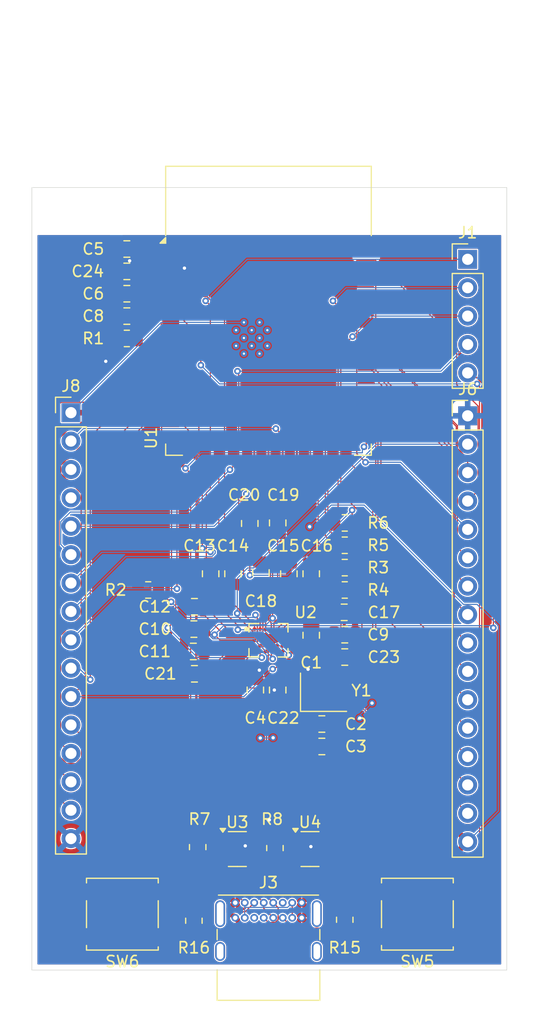
<source format=kicad_pcb>
(kicad_pcb (version 20241229) (generator "pcbnew") (generator_version "9.0")
  (layers (0 "F.Cu" signal) (2 "B.Cu" signal) (13 "F.Paste" user) (15 "B.Paste" user) (5 "F.SilkS" user "F.Silkscreen") (7 "B.SilkS" user "B.Silkscreen") (1 "F.Mask" user) (3 "B.Mask" user) (25 "Edge.Cuts" user))
  (net 0 "")
  (net 1 "Net-(U2-CAPN)")
  (net 2 "Net-(U2-CAPP)")
  (net 3 "+3V3")
  (net 4 "GND")
  (net 5 "RESET")
  (net 6 "Net-(U2-CPLL)")
  (net 7 "BIAS")
  (net 8 "Net-(U2-VREF)")
  (net 9 "Net-(U2-VBG)")
  (net 10 "DVRP")
  (net 11 "Net-(U2-DRVP)")
  (net 12 "DVRN")
  (net 13 "Net-(U2-DRVN)")
  (net 14 "Net-(U2-ECGP)")
  (net 15 "Net-(U2-ECGN)")
  (net 16 "Net-(U2-BIN)")
  (net 17 "Net-(U2-BIP)")
  (net 18 "+1V8")
  (net 19 "ECGN")
  (net 20 "ECGP")
  (net 23 "VBUS")
  (net 24 "Net-(J3-CC2)")
  (net 29 "D-")
  (net 30 "D+")
  (net 31 "Net-(J3-CC1)")
  (net 32 "BOOT")
  (net 33 "SCLK")
  (net 34 "MOSI")
  (net 35 "MISO")
  (net 36 "45")
  (net 37 "41")
  (net 38 "47")
  (net 39 "42")
  (net 40 "AOUT")
  (net 41 "37")
  (net 42 "48")
  (net 43 "46")
  (net 44 "39")
  (net 45 "38")
  (net 46 "40")
  (net 47 "09")
  (net 48 "11")
  (net 49 "02")
  (net 50 "35")
  (net 51 "03")
  (net 52 "36")
  (net 53 "06")
  (net 54 "14")
  (net 55 "08")
  (net 56 "01")
  (net 57 "15")
  (net 58 "04")
  (net 59 "10")
  (net 60 "07")
  (net 61 "Net-(U2-RBIAS)")
  (net 62 "Net-(U3-EN)")
  (net 63 "Net-(U4-EN)")
  (net 64 "CSB")
  (net 67 "INT2B")
  (net 69 "INTB")
  (net 70 "Net-(U2-FCLK)")
  (net 73 "13")
  (net 74 "12")
  (footprint "Resistor_SMD:R_0805_2012Metric" (layer "F.Cu") (at 120.5 66)
    (property "Reference" "R4")
    (property "Value" "200k")
  )
  (footprint "Button_Switch_SMD:SW_Push_1P1T_NO_CK_KSC6xxJ" (layer "F.Cu") (at 127 95)
    (property "Reference" "SW5")
    (property "Value" "SW_Push")
  )
  (footprint "Connector_PinHeader_2.54mm:PinHeader_1x16_P2.54mm_Vertical" (layer "F.Cu") (at 96 50.14)
    (property "Reference" "J8")
    (property "Value" "Conn_01x16_Pin")
  )
  (footprint "Crystal:Crystal_SMD_3225-4Pin_3.2x2.5mm" (layer "F.Cu") (at 118.6 75.15)
    (property "Reference" "Y1")
    (property "Value" "OK322532.768KJBA4SL")
  )
  (footprint "Capacitor_SMD:C_0805_2012Metric" (layer "F.Cu") (at 113 64.45 90)
    (property "Reference" "C18")
    (property "Value" "47pF")
  )
  (footprint "footprints:BGA30N50P5X6_274X292X69N" (layer "F.Cu") (at 113.675 70.5)
    (property "Reference" "U2")
    (property "Value" "MAX30001CWV_T")
  )
  (footprint "Capacitor_SMD:C_0805_2012Metric" (layer "F.Cu") (at 114.5 74.95 -90)
    (property "Reference" "C22")
    (property "Value" "0.1uF")
  )
  (footprint "RF_Module:ESP32-S3-WROOM-1" (layer "F.Cu") (at 113.675 41)
    (property "Reference" "U1")
    (property "Value" "ESP32-S3-WROOM-1")
  )
  (footprint "Capacitor_SMD:C_0805_2012Metric" (layer "F.Cu") (at 101 37.5 180)
    (property "Reference" "C24")
    (property "Value" "10uF")
  )
  (footprint "Package_TO_SOT_SMD:SOT-23-5" (layer "F.Cu") (at 110.8902 89.175)
    (property "Reference" "U3")
    (property "Value" "AP2112K-3.3")
  )
  (footprint "Capacitor_SMD:C_0805_2012Metric" (layer "F.Cu") (at 117.5 70.05 90)
    (property "Reference" "C1")
    (property "Value" "1uF")
  )
  (footprint "Capacitor_SMD:C_0805_2012Metric" (layer "F.Cu") (at 106.95 71.5 180)
    (property "Reference" "C11")
    (property "Value" "10uF")
  )
  (footprint "Capacitor_SMD:C_0805_2012Metric" (layer "F.Cu") (at 110.5 64.55 90)
    (property "Reference" "C14")
    (property "Value" "47nF")
  )
  (footprint "Connector_PinHeader_2.54mm:PinHeader_1x16_P2.54mm_Vertical" (layer "F.Cu") (at 131.5 50.42)
    (property "Reference" "J6")
    (property "Value" "Conn_01x16_Pin")
  )
  (footprint "Button_Switch_SMD:SW_Push_1P1T_NO_CK_KSC6xxJ" (layer "F.Cu") (at 100.6 95)
    (property "Reference" "SW6")
    (property "Value" "SW_Push")
  )
  (footprint "Capacitor_SMD:C_0805_2012Metric" (layer "F.Cu") (at 107.05 67.5 180)
    (property "Reference" "C12")
    (property "Value" "1uF")
  )
  (footprint "Resistor_SMD:R_0805_2012Metric" (layer "F.Cu") (at 107 95.5875 90)
    (property "Reference" "R16")
    (property "Value" "5.1k")
  )
  (footprint "Capacitor_SMD:C_0805_2012Metric" (layer "F.Cu") (at 101 41.5 180)
    (property "Reference" "C8")
    (property "Value" "1uF")
  )
  (footprint "Resistor_SMD:R_0805_2012Metric" (layer "F.Cu") (at 102.9125 66 180)
    (property "Reference" "R2")
    (property "Value" "324k")
  )
  (footprint "Resistor_SMD:R_0805_2012Metric" (layer "F.Cu") (at 120.5 62)
    (property "Reference" "R5")
    (property "Value" "200")
  )
  (footprint "Capacitor_SMD:C_0805_2012Metric" (layer "F.Cu") (at 120.5 70 180)
    (property "Reference" "C9")
    (property "Value" "1nF")
  )
  (footprint "Capacitor_SMD:C_0805_2012Metric" (layer "F.Cu") (at 107 69.5 180)
    (property "Reference" "C10")
    (property "Value" "10uF")
  )
  (footprint "Resistor_SMD:R_0805_2012Metric" (layer "F.Cu") (at 114.2527 89.0875 -90)
    (property "Reference" "R8")
    (property "Value" "100k")
  )
  (footprint "Package_TO_SOT_SMD:SOT-23-5" (layer "F.Cu") (at 117.3902 89.175)
    (property "Reference" "U4")
    (property "Value" "AP2112K-1.8")
  )
  (footprint "Capacitor_SMD:C_0805_2012Metric" (layer "F.Cu") (at 101 35.5 180)
    (property "Reference" "C5")
    (property "Value" "10uF")
  )
  (footprint "Resistor_SMD:R_0805_2012Metric" (layer "F.Cu") (at 120.5 95.5 -90)
    (property "Reference" "R15")
    (property "Value" "5.1k")
  )
  (footprint "Capacitor_SMD:C_0805_2012Metric" (layer "F.Cu") (at 112 60.05 -90)
    (property "Reference" "C20")
    (property "Value" "10pF")
  )
  (footprint "Capacitor_SMD:C_0805_2012Metric" (layer "F.Cu") (at 101 39.5 180)
    (property "Reference" "C6")
    (property "Value" "0.1uF")
  )
  (footprint "Capacitor_SMD:C_0805_2012Metric" (layer "F.Cu") (at 118.45 80)
    (property "Reference" "C3")
    (property "Value" "0.1uF")
  )
  (footprint "Capacitor_SMD:C_0805_2012Metric" (layer "F.Cu") (at 107.05 73.5 180)
    (property "Reference" "C21")
    (property "Value" "10uF")
  )
  (footprint "Capacitor_SMD:C_0805_2012Metric" (layer "F.Cu") (at 112.5 74.95 -90)
    (property "Reference" "C4")
    (property "Value" "10uF")
  )
  (footprint "Capacitor_SMD:C_0805_2012Metric" (layer "F.Cu") (at 120.45 68)
    (property "Reference" "C17")
    (property "Value" "10pF")
  )
  (footprint "Capacitor_SMD:C_0805_2012Metric" (layer "F.Cu") (at 117.5 64.55 -90)
    (property "Reference" "C16")
    (property "Value" "2nF")
  )
  (footprint "Resistor_SMD:R_0805_2012Metric" (layer "F.Cu") (at 107.3402 89 -90)
    (property "Reference" "R7")
    (property "Value" "100k")
  )
  (footprint "Resistor_SMD:R_0805_2012Metric" (layer "F.Cu") (at 120.5 60)
    (property "Reference" "R6")
    (property "Value" "200")
  )
  (footprint "Capacitor_SMD:C_0805_2012Metric" (layer "F.Cu") (at 118.45 77.99)
    (property "Reference" "C2")
    (property "Value" "10uF")
  )
  (footprint "Resistor_SMD:R_0805_2012Metric" (layer "F.Cu") (at 120.5 64)
    (property "Reference" "R3")
    (property "Value" "200k")
  )
  (footprint "Capacitor_SMD:C_0805_2012Metric" (layer "F.Cu") (at 114.5 60 90)
    (property "Reference" "C19")
    (property "Value" "10pF")
  )
  (footprint "Capacitor_SMD:C_0805_2012Metric" (layer "F.Cu") (at 120.5 72)
    (property "Reference" "C23")
    (property "Value" "0.1uF")
  )
  (footprint "Capacitor_SMD:C_0805_2012Metric" (layer "F.Cu") (at 115.5 64.55 90)
    (property "Reference" "C15")
    (property "Value" "10pF")
  )
  (footprint "Resistor_SMD:R_0805_2012Metric" (layer "F.Cu") (at 101 43.5)
    (property "Reference" "R1")
    (property "Value" "5.1k")
  )
  (footprint "Connector_USB:USB_C_Receptacle_GCT_USB4085" (layer "F.Cu") (at 110.7 93.975)
    (property "Reference" "J3")
    (property "Value" "USB_C_Receptacle_USB2.0_16P")
  )
  (footprint "Capacitor_SMD:C_0805_2012Metric" (layer "F.Cu") (at 108.5 64.55 90)
    (property "Reference" "C13")
    (property "Value" "47nF")
  )
  (footprint "Connector_PinHeader_2.54mm:PinHeader_1x05_P2.54mm_Vertical" (layer "F.Cu") (at 131.5 36.42)
    (property "Reference" "J1")
    (property "Value" "Conn_01x05_Pin")
  )
  (gr_rect (start 92.5 30) (end 135 100) (stroke (width 0.05)) (fill no) (layer "Edge.Cuts"))
  (segment (start 114.6712 70.2462) (end 114.425 70) (width 0.1) (layer "F.Cu") (net 1))
  (segment (start 116.7462 70.2462) (end 114.6712 70.2462) (width 0.1) (layer "F.Cu") (net 1))
  (segment (start 117.5 71) (end 116.7462 70.2462) (width 0.1) (layer "F.Cu") (net 1))
  (segment (start 114.925 70) (end 116.6 70) (width 0.1) (layer "F.Cu") (net 2))
  (segment (start 116.6 70) (end 117.5 69.1) (width 0.1) (layer "F.Cu") (net 2))
  (segment (start 111.5974 88.8895) (end 112.0277 88.4592) (width 0.1) (layer "F.Cu") (net 3))
  (segment (start 113.425 71) (end 113.6617 71.2367) (width 0.1) (layer "F.Cu") (net 3))
  (segment (start 117.5 73.3745) (end 117.5 74.3) (width 0.1) (layer "F.Cu") (net 3))
  (segment (start 114.1998 74.95) (end 114.5 74.6498) (width 0.1) (layer "F.Cu") (net 3))
  (segment (start 117.5 74.3) (end 117.5 76) (width 0.1) (layer "F.Cu") (net 3))
  (segment (start 101.95 37.5) (end 101.95 35.5) (width 0.1) (layer "F.Cu") (net 3))
  (segment (start 113.6617 72.3685) (end 112.8571 73.1731) (width 0.1) (layer "F.Cu") (net 3))
  (segment (start 114.5 74.6498) (end 114.5 74) (width 0.1) (layer "F.Cu") (net 3))
  (segment (start 105.975 37.21) (end 105.775 37.01) (width 0.1) (layer "F.Cu") (net 3))
  (segment (start 106.1543 37.21) (end 105.975 37.21) (width 0.1) (layer "F.Cu") (net 3))
  (segment (start 117.5 77.99) (end 117.5 80) (width 0.1) (layer "F.Cu") (net 3))
  (segment (start 112.5 73.5302) (end 112.8571 73.1731) (width 0.1) (layer "F.Cu") (net 3))
  (segment (start 113.7503 86.5682) (end 114.2527 87.0706) (width 0.1) (layer "F.Cu") (net 3))
  (segment (start 117.4697 88.9565) (end 116.7382 88.225) (width 0.1) (layer "F.Cu") (net 3))
  (segment (start 101.95 37.2554) (end 101.95 37.5) (width 0.1) (layer "F.Cu") (net 3))
  (segment (start 116.7382 88.225) (end 116.2527 88.225) (width 0.1) (layer "F.Cu") (net 3))
  (segment (start 114.2527 87.0706) (end 114.2527 88.175) (width 0.1) (layer "F.Cu") (net 3))
  (segment (start 101.95 39.5) (end 101.95 37.5) (width 0.1) (layer "F.Cu") (net 3))
  (segment (start 101.2498 36.5552) (end 101.95 37.2554) (width 0.1) (layer "F.Cu") (net 3))
  (segment (start 104.925 37.01) (end 105.775 37.01) (width 0.1) (layer "F.Cu") (net 3))
  (segment (start 112.5 74) (end 112.5 73.5302) (width 0.1) (layer "F.Cu") (net 3))
  (segment (start 99.1147 45.5463) (end 100.0875 44.5735) (width 0.1) (layer "F.Cu") (net 3))
  (segment (start 112.0277 88.4592) (end 112.0277 88.225) (width 0.1) (layer "F.Cu") (net 3))
  (segment (start 100.0875 44.5735) (end 100.0875 43.5) (width 0.1) (layer "F.Cu") (net 3))
  (segment (start 113.6617 71.2367) (end 113.6617 72.3685) (width 0.1) (layer "F.Cu") (net 3))
  (segment (start 117.2163 73.0908) (end 117.5 73.3745) (width 0.1) (layer "F.Cu") (net 3))
  (segment (start 117.5 76) (end 117.5 77.99) (width 0.1) (layer "F.Cu") (net 3))
  (via (at 101.2498 36.5552) (size 0.6) (drill 0.3) (layers "F.Cu" "B.Cu") (net 3))
  (via (at 111.5974 88.8895) (size 0.6) (drill 0.3) (layers "F.Cu" "B.Cu") (net 3))
  (via (at 114.1998 74.95) (size 0.6) (drill 0.3) (layers "F.Cu" "B.Cu") (net 3))
  (via (at 113.7503 86.5682) (size 0.6) (drill 0.3) (layers "F.Cu" "B.Cu") (net 3))
  (via (at 117.2163 73.0908) (size 0.6) (drill 0.3) (layers "F.Cu" "B.Cu") (net 3))
  (via (at 106.1543 37.21) (size 0.6) (drill 0.3) (layers "F.Cu" "B.Cu") (net 3))
  (via (at 99.1147 45.5463) (size 0.6) (drill 0.3) (layers "F.Cu" "B.Cu") (net 3))
  (via (at 117.4697 88.9565) (size 0.6) (drill 0.3) (layers "F.Cu" "B.Cu") (net 3))
  (via (at 112.8571 73.1731) (size 0.6) (drill 0.3) (layers "F.Cu" "B.Cu") (net 3))
  (segment (start 113.425 70) (end 113.63 70.205) (width 0.1) (layer "F.Cu") (net 4))
  (segment (start 113.52 70.34) (end 113.52 70.405) (width 0.1) (layer "F.Cu") (net 4))
  (segment (start 113.825 70.4) (end 113.925 70.5) (width 0.1) (layer "F.Cu") (net 4))
  (segment (start 113.925 70.5) (end 113.925 70) (width 0.1) (layer "F.Cu") (net 4))
  (segment (start 113.925 71) (end 114.161 71.236) (width 0.1) (layer "F.Cu") (net 4))
  (segment (start 114.228811 72.619) (end 113.863189 72.619) (width 0.1) (layer "F.Cu") (net 4))
  (segment (start 113.63 70.34) (end 113.63 70.37) (width 0.1) (layer "F.Cu") (net 4))
  (segment (start 113.863189 72.619) (end 113.599 72.883189) (width 0.1) (layer "F.Cu") (net 4))
  (segment (start 113.925 70.235) (end 113.83 70.33) (width 0.1) (layer "F.Cu") (net 4))
  (segment (start 113.425 70.5) (end 113.5 70.5) (width 0.1) (layer "F.Cu") (net 4))
  (segment (start 113.599 72.883189) (end 113.599 74.999) (width 0.1) (layer "F.Cu") (net 4))
  (segment (start 113.67 70.28) (end 113.52 70.28) (width 0.1) (layer "F.Cu") (net 4))
  (segment (start 113.425 70) (end 113.525 70.1) (width 0.1) (layer "F.Cu") (net 4))
  (segment (start 113.925 70.5) (end 113.925 71) (width 0.1) (layer "F.Cu") (net 4))
  (segment (start 113.63 70.205) (end 113.63 70.34) (width 0.1) (layer "F.Cu") (net 4))
  (segment (start 113.69 70.1) (end 113.73 70.1) (width 0.1) (layer "F.Cu") (net 4))
  (segment (start 113.525 70.1) (end 113.69 70.1) (width 0.1) (layer "F.Cu") (net 4))
  (segment (start 113.425 70) (end 113.925 70) (width 0.1) (layer "F.Cu") (net 4))
  (segment (start 113.925 70) (end 113.925 70.235) (width 0.1) (layer "F.Cu") (net 4))
  (segment (start 113.925 70.5) (end 114.425 70.5) (width 0.1) (layer "F.Cu") (net 4))
  (segment (start 113.425 70.5) (end 113.425 70) (width 0.1) (layer "F.Cu") (net 4))
  (segment (start 113.69 70.1) (end 113.825 70.1) (width 0.1) (layer "F.Cu") (net 4))
  (segment (start 114.501 72.346811) (end 114.228811 72.619) (width 0.1) (layer "F.Cu") (net 4))
  (segment (start 113.63 70.34) (end 113.52 70.34) (width 0.1) (layer "F.Cu") (net 4))
  (segment (start 113.825 70.1) (end 113.925 70) (width 0.1) (layer "F.Cu") (net 4))
  (segment (start 113.725 70.2) (end 113.52 70.2) (width 0.1) (layer "F.Cu") (net 4))
  (segment (start 113.925 70.5) (end 113.425 70.5) (width 0.1) (layer "F.Cu") (net 4))
  (segment (start 113.73 70.3) (end 113.71 70.32) (width 0.1) (layer "F.Cu") (net 4))
  (segment (start 113.425 70.105) (end 113.52 70.2) (width 0.1) (layer "F.Cu") (net 4))
  (segment (start 114.161 71.236) (end 114.161 71.633189) (width 0.1) (layer "F.Cu") (net 4))
  (segment (start 113.52 70.405) (end 113.425 70.5) (width 0.1) (layer "F.Cu") (net 4))
  (segment (start 113.925 70) (end 113.725 70.2) (width 0.1) (layer "F.Cu") (net 4))
  (segment (start 113.425 70) (end 113.425 70.105) (width 0.1) (layer "F.Cu") (net 4))
  (segment (start 113.52 70.28) (end 113.52 70.34) (width 0.1) (layer "F.Cu") (net 4))
  (segment (start 113.925 71) (end 113.925 71.025) (width 0.1) (layer "F.Cu") (net 4))
  (segment (start 113.63 70.37) (end 113.63 70.4) (width 0.1) (layer "F.Cu") (net 4))
  (segment (start 114.501 71.973189) (end 114.501 72.346811) (width 0.1) (layer "F.Cu") (net 4))
  (segment (start 113.73 70.1) (end 113.73 70.3) (width 0.1) (layer "F.Cu") (net 4))
  (segment (start 113.52 70.2) (end 113.52 70.28) (width 0.1) (layer "F.Cu") (net 4))
  (segment (start 113.71 70.32) (end 113.67 70.28) (width 0.1) (layer "F.Cu") (net 4))
  (segment (start 113.5 70.5) (end 113.63 70.37) (width 0.1) (layer "F.Cu") (net 4))
  (segment (start 114.161 71.633189) (end 114.501 71.973189) (width 0.1) (layer "F.Cu") (net 4))
  (segment (start 113.63 70.4) (end 113.825 70.4) (width 0.1) (layer "F.Cu") (net 4))
  (segment (start 113.599 74.999) (end 114.5 75.9) (width 0.1) (layer "F.Cu") (net 4))
  (via (at 114.09 79.22) (size 0.6) (drill 0.3) (layers "F.Cu" "B.Cu") (net 4))
  (via (at 117.36 60.34) (size 0.6) (drill 0.3) (layers "F.Cu" "B.Cu") (net 4))
  (via (at 122.94 76.12) (size 0.6) (drill 0.3) (layers "F.Cu" "B.Cu") (net 4))
  (via (at 121.84 77.46) (size 0.6) (drill 0.3) (layers "F.Cu" "B.Cu") (net 4))
  (via (at 112.94 79.24) (size 0.6) (drill 0.3) (layers "F.Cu" "B.Cu") (net 4))
  (segment (start 131.122651 67.289) (end 132.336511 67.289) (width 0.1) (layer "B.Cu") (net 4))
  (segment (start 119.294 58.406) (end 122.239651 58.406) (width 0.1) (layer "B.Cu") (net 4))
  (segment (start 121.84 77.46) (end 121.84 77.22) (width 0.1) (layer "B.Cu") (net 4))
  (segment (start 122.239651 58.406) (end 131.122651 67.289) (width 0.1) (layer "B.Cu") (net 4))
  (segment (start 134.2482 85.7718) (end 131.5 88.52) (width 0.1) (layer "B.Cu") (net 4))
  (segment (start 121.84 77.22) (end 122.94 76.12) (width 0.1) (layer "B.Cu") (net 4))
  (segment (start 104.08 42.06) (end 111.475 42.06) (width 0.1) (layer "B.Cu") (net 4))
  (segment (start 134.2482 69.200689) (end 134.2482 85.7718) (width 0.1) (layer "B.Cu") (net 4))
  (segment (start 112.94 79.24) (end 114.07 79.24) (width 0.1) (layer "B.Cu") (net 4))
  (segment (start 114.07 79.24) (end 114.09 79.22) (width 0.1) (layer "B.Cu") (net 4))
  (segment (start 96 50.14) (end 104.08 42.06) (width 0.1) (layer "B.Cu") (net 4))
  (segment (start 117.36 60.34) (end 119.294 58.406) (width 0.1) (layer "B.Cu") (net 4))
  (segment (start 132.336511 67.289) (end 134.2482 69.200689) (width 0.1) (layer "B.Cu") (net 4))
  (segment (start 132.3463 47.5662) (end 132.5595 47.7794) (width 0.1) (layer "F.Cu") (net 5))
  (segment (start 104.075 41.2646) (end 104.1806 41.3702) (width 0.1) (layer "F.Cu") (net 5))
  (segment (start 104.895 38.28) (end 104.925 38.28) (width 0.1) (layer "F.Cu") (net 5))
  (segment (start 102.1854 41.2646) (end 104.075 41.2646) (width 0.1) (layer "F.Cu") (net 5))
  (segment (start 105.5655 41.3702) (end 107.6229 43.4276) (width 0.1) (layer "F.Cu") (net 5))
  (segment (start 104.075 38.28) (end 104.075 41.2646) (width 0.1) (layer "F.Cu") (net 5))
  (segment (start 101.95 41.5) (end 102.1854 41.2646) (width 0.1) (layer "F.Cu") (net 5))
  (segment (start 132.5595 47.7794) (end 132.5595 95.8405) (width 0.1) (layer "F.Cu") (net 5))
  (segment (start 104.1806 41.3702) (end 105.5655 41.3702) (width 0.1) (layer "F.Cu") (net 5))
  (segment (start 107.6229 43.4276) (end 107.6229 45.8922) (width 0.1) (layer "F.Cu") (net 5))
  (segment (start 104.895 38.28) (end 104.075 38.28) (width 0.1) (layer "F.Cu") (net 5))
  (segment (start 129.9 97) (end 131.4 97) (width 0.1) (layer "F.Cu") (net 5))
  (segment (start 124.1 97) (end 129.9 97) (width 0.1) (layer "F.Cu") (net 5))
  (segment (start 132.5595 95.8405) (end 131.4 97) (width 0.1) (layer "F.Cu") (net 5))
  (segment (start 101.9125 41.5375) (end 101.9125 43.5) (width 0.1) (layer "F.Cu") (net 5))
  (segment (start 101.95 41.5) (end 101.9125 41.5375) (width 0.1) (layer "F.Cu") (net 5))
  (via (at 132.3463 47.5662) (size 0.6) (drill 0.3) (layers "F.Cu" "B.Cu") (net 5))
  (via (at 107.6229 45.8922) (size 0.6) (drill 0.3) (layers "F.Cu" "B.Cu") (net 5))
  (segment (start 109.2969 47.5662) (end 132.3463 47.5662) (width 0.1) (layer "B.Cu") (net 5))
  (segment (start 107.6229 45.8922) (end 109.2969 47.5662) (width 0.1) (layer "B.Cu") (net 5))
  (segment (start 119.55 70) (end 119.55 70.1434) (width 0.1) (layer "F.Cu") (net 6))
  (segment (start 115.9898 71.5648) (end 114.925 70.5) (width 0.1) (layer "F.Cu") (net 6))
  (segment (start 118.1286 71.5648) (end 115.9898 71.5648) (width 0.1) (layer "F.Cu") (net 6))
  (segment (start 119.55 70.1434) (end 118.1286 71.5648) (width 0.1) (layer "F.Cu") (net 6))
  (segment (start 131.8716 46.58) (end 131.5 46.58) (width 0.1) (layer "F.Cu") (net 7))
  (segment (start 108.849 70.0022) (end 108.4522 70.0022) (width 0.1) (layer "F.Cu") (net 7))
  (segment (start 133.7972 69.3875) (end 133.7972 48.5056) (width 0.1) (layer "F.Cu") (net 7))
  (segment (start 108.4522 70.0022) (end 107.95 69.5) (width 0.1) (layer "F.Cu") (net 7))
  (segment (start 133.7972 48.5056) (end 131.8716 46.58) (width 0.1) (layer "F.Cu") (net 7))
  (segment (start 112.425 70.5) (end 109.3468 70.5) (width 0.1) (layer "F.Cu") (net 7))
  (segment (start 109.3468 70.5) (end 108.849 70.0022) (width 0.1) (layer "F.Cu") (net 7))
  (via (at 108.849 70.0022) (size 0.6) (drill 0.3) (layers "F.Cu" "B.Cu") (net 7))
  (via (at 133.7972 69.3875) (size 0.6) (drill 0.3) (layers "F.Cu" "B.Cu") (net 7))
  (segment (start 108.849 70.0022) (end 109.6564 69.1948) (width 0.1) (layer "B.Cu") (net 7))
  (segment (start 133.6045 69.1948) (end 133.7972 69.3875) (width 0.1) (layer "B.Cu") (net 7))
  (segment (start 109.6564 69.1948) (end 133.6045 69.1948) (width 0.1) (layer "B.Cu") (net 7))
  (segment (start 112.425 71) (end 108.4 71) (width 0.1) (layer "F.Cu") (net 8))
  (segment (start 108.4 71) (end 107.9 71.5) (width 0.1) (layer "F.Cu") (net 8))
  (segment (start 110.5 70) (end 108 67.5) (width 0.1) (layer "F.Cu") (net 9))
  (segment (start 112.425 70) (end 110.5 70) (width 0.1) (layer "F.Cu") (net 9))
  (segment (start 108.0505 40.1375) (end 108.4717 40.5587) (width 0.1) (layer "F.Cu") (net 10))
  (segment (start 108.4717 40.5587) (end 108.4717 56.9476) (width 0.1) (layer "F.Cu") (net 10))
  (segment (start 108.1119 57.3074) (end 108.1119 63.2119) (width 0.1) (layer "F.Cu") (net 10))
  (segment (start 108.1119 63.2119) (end 108.5 63.6) (width 0.1) (layer "F.Cu") (net 10))
  (segment (start 108.4717 56.9476) (end 108.1119 57.3074) (width 0.1) (layer "F.Cu") (net 10))
  (via (at 108.0505 40.1375) (size 0.6) (drill 0.3) (layers "F.Cu" "B.Cu") (net 10))
  (segment (start 111.768 36.42) (end 108.0505 40.1375) (width 0.1) (layer "B.Cu") (net 10))
  (segment (start 131.5 36.42) (end 111.768 36.42) (width 0.1) (layer "B.Cu") (net 10))
  (segment (start 112.425 69.5) (end 112.425 69.1259) (width 0.1) (layer "F.Cu") (net 11))
  (segment (start 112.425 69.1259) (end 108.7991 65.5) (width 0.1) (layer "F.Cu") (net 11))
  (segment (start 108.7991 65.5) (end 108.5 65.5) (width 0.1) (layer "F.Cu") (net 11))
  (segment (start 111.0117 63.0883) (end 111.0117 46.5397) (width 0.1) (layer "F.Cu") (net 12))
  (segment (start 111.0117 46.5397) (end 110.9004 46.4284) (width 0.1) (layer "F.Cu") (net 12))
  (segment (start 110.5 63.6) (end 111.0117 63.0883) (width 0.1) (layer "F.Cu") (net 12))
  (via (at 110.9004 46.4284) (size 0.6) (drill 0.3) (layers "F.Cu" "B.Cu") (net 12))
  (segment (start 131.5 44.04) (end 129.1116 46.4284) (width 0.1) (layer "B.Cu") (net 12))
  (segment (start 129.1116 46.4284) (end 110.9004 46.4284) (width 0.1) (layer "B.Cu") (net 12))
  (segment (start 112.925 67.925) (end 112.925 69.5) (width 0.1) (layer "F.Cu") (net 13))
  (segment (start 110.5 65.5) (end 112.925 67.925) (width 0.1) (layer "F.Cu") (net 13))
  (segment (start 117.5 63.6) (end 115.6 65.5) (width 0.1) (layer "F.Cu") (net 14))
  (segment (start 115.6 65.5) (end 115.5 65.5) (width 0.1) (layer "F.Cu") (net 14))
  (segment (start 119.5875 64) (end 117.9 64) (width 0.1) (layer "F.Cu") (net 14))
  (segment (start 115.5 65.5) (end 115.5 68.425) (width 0.1) (layer "F.Cu") (net 14))
  (segment (start 115.5 68.425) (end 114.425 69.5) (width 0.1) (layer "F.Cu") (net 14))
  (segment (start 117.9 64) (end 117.5 63.6) (width 0.1) (layer "F.Cu") (net 14))
  (segment (start 119.5 68) (end 119.5875 67.9125) (width 0.1) (layer "F.Cu") (net 15))
  (segment (start 114.925 69.5) (end 117.228 67.197) (width 0.1) (layer "F.Cu") (net 15))
  (segment (start 118.697 67.197) (end 119.5 68) (width 0.1) (layer "F.Cu") (net 15))
  (segment (start 117.228 67.197) (end 117.5 67.197) (width 0.1) (layer "F.Cu") (net 15))
  (segment (start 117.5 67.197) (end 118.697 67.197) (width 0.1) (layer "F.Cu") (net 15))
  (segment (start 119.5875 67.9125) (end 119.5875 66) (width 0.1) (layer "F.Cu") (net 15))
  (segment (start 117.5 67.197) (end 117.5 65.5) (width 0.1) (layer "F.Cu") (net 15))
  (segment (start 114.5 60.95) (end 117.4168 58.0332) (width 0.1) (layer "F.Cu") (net 16))
  (segment (start 113.425 65.825) (end 113.425 69.5) (width 0.1) (layer "F.Cu") (net 16))
  (segment (start 114.1617 68.9272) (end 114.5 68.5889) (width 0.1) (layer "F.Cu") (net 16))
  (segment (start 117.4168 58.0332) (end 117.4168 52.8678) (width 0.1) (layer "F.Cu") (net 16))
  (segment (start 114.0401 69.75) (end 114.1617 69.6284) (width 0.1) (layer "F.Cu") (net 16))
  (segment (start 113.425 69.5) (end 113.675 69.75) (width 0.1) (layer "F.Cu") (net 16))
  (segment (start 117.7246 52.56) (end 118.4673 52.56) (width 0.1) (layer "F.Cu") (net 16))
  (segment (start 118.76 52.8527) (end 118.76 61.1725) (width 0.1) (layer "F.Cu") (net 16))
  (segment (start 114.1617 69.6284) (end 114.1617 68.9272) (width 0.1) (layer "F.Cu") (net 16))
  (segment (start 117.4168 52.8678) (end 117.7246 52.56) (width 0.1) (layer "F.Cu") (net 16))
  (segment (start 113 65.4) (end 113.425 65.825) (width 0.1) (layer "F.Cu") (net 16))
  (segment (start 118.76 61.1725) (end 119.5875 62) (width 0.1) (layer "F.Cu") (net 16))
  (segment (start 114.5 68.5889) (end 114.5 60.95) (width 0.1) (layer "F.Cu") (net 16))
  (segment (start 118.4673 52.56) (end 118.76 52.8527) (width 0.1) (layer "F.Cu") (net 16))
  (segment (start 113.675 69.75) (end 114.0401 69.75) (width 0.1) (layer "F.Cu") (net 16))
  (segment (start 112.0089 63.5) (end 112.0089 64.6819) (width 0.1) (layer "F.Cu") (net 17))
  (segment (start 113 63.5) (end 113.8406 64.3406) (width 0.1) (layer "F.Cu") (net 17))
  (segment (start 113.9249 68.9271) (end 113.925 68.9271) (width 0.1) (layer "F.Cu") (net 17))
  (segment (start 112 63.4911) (end 112.0089 63.5) (width 0.1) (layer "F.Cu") (net 17))
  (segment (start 121.4125 60) (end 121.16 59.7475) (width 0.1) (layer "F.Cu") (net 17))
  (segment (start 121.16 59.7475) (end 121.16 58.857) (width 0.1) (layer "F.Cu") (net 17))
  (segment (start 113.925 68.9271) (end 113.925 69.5) (width 0.1) (layer "F.Cu") (net 17))
  (segment (start 113.6816 68.3844) (end 113.6816 68.6838) (width 0.1) (layer "F.Cu") (net 17))
  (segment (start 113.8406 64.3406) (end 113.8406 68.2254) (width 0.1) (layer "F.Cu") (net 17))
  (segment (start 113.6816 68.6838) (end 113.9249 68.9271) (width 0.1) (layer "F.Cu") (net 17))
  (segment (start 112 61) (end 112 63.4911) (width 0.1) (layer "F.Cu") (net 17))
  (segment (start 113 63.5) (end 112.0089 63.5) (width 0.1) (layer "F.Cu") (net 17))
  (segment (start 113.8406 68.2254) (end 113.6816 68.3844) (width 0.1) (layer "F.Cu") (net 17))
  (via (at 112.0089 64.6819) (size 0.6) (drill 0.3) (layers "F.Cu" "B.Cu") (net 17))
  (via (at 121.16 58.857) (size 0.6) (drill 0.3) (layers "F.Cu" "B.Cu") (net 17))
  (segment (start 121.16 58.857) (end 115.3351 64.6819) (width 0.1) (layer "B.Cu") (net 17))
  (segment (start 115.3351 64.6819) (end 112.0089 64.6819) (width 0.1) (layer "B.Cu") (net 17))
  (segment (start 113.5 75.6486) (end 112.6218 74.7704) (width 0.1) (layer "F.Cu") (net 18))
  (segment (start 118.5277 88.225) (end 113.5 83.1973) (width 0.1) (layer "F.Cu") (net 18))
  (segment (start 111.7092 72.2158) (end 112.425 71.5) (width 0.1) (layer "F.Cu") (net 18))
  (segment (start 120.4798 72.9298) (end 120.4798 86.2729) (width 0.1) (layer "F.Cu") (net 18))
  (segment (start 113.5 83.1973) (end 113.5 75.6486) (width 0.1) (layer "F.Cu") (net 18))
  (segment (start 116.1837 72) (end 115.1837 71) (width 0.1) (layer "F.Cu") (net 18))
  (segment (start 119.55 72) (end 120.4798 72.9298) (width 0.1) (layer "F.Cu") (net 18))
  (segment (start 111.7092 74.3888) (end 111.7092 72.2158) (width 0.1) (layer "F.Cu") (net 18))
  (segment (start 112.6218 74.7704) (end 112.0908 74.7704) (width 0.1) (layer "F.Cu") (net 18))
  (segment (start 112.0908 74.7704) (end 111.7092 74.3888) (width 0.1) (layer "F.Cu") (net 18))
  (segment (start 119.55 72) (end 116.1837 72) (width 0.1) (layer "F.Cu") (net 18))
  (segment (start 110 71.5) (end 112.425 71.5) (width 0.1) (layer "F.Cu") (net 18))
  (segment (start 115.1837 71) (end 114.925 71) (width 0.1) (layer "F.Cu") (net 18))
  (segment (start 108 73.5) (end 110 71.5) (width 0.1) (layer "F.Cu") (net 18))
  (segment (start 120.4798 86.2729) (end 118.5277 88.225) (width 0.1) (layer "F.Cu") (net 18))
  (segment (start 122.0372 65.3753) (end 122.0372 62.6247) (width 0.1) (layer "F.Cu") (net 19))
  (segment (start 121.4125 66) (end 122.0372 65.3753) (width 0.1) (layer "F.Cu") (net 19))
  (segment (start 121.9877 59.1732) (end 120.1483 57.3338) (width 0.1) (layer "F.Cu") (net 19))
  (segment (start 120.1483 57.3338) (end 120.1483 44.3802) (width 0.1) (layer "F.Cu") (net 19))
  (segment (start 121.4125 62) (end 121.9877 61.4248) (width 0.1) (layer "F.Cu") (net 19))
  (segment (start 122.0372 62.6247) (end 121.4125 62) (width 0.1) (layer "F.Cu") (net 19))
  (segment (start 121.9877 61.4248) (end 121.9877 59.1732) (width 0.1) (layer "F.Cu") (net 19))
  (segment (start 120.1483 44.3802) (end 121.196 43.3325) (width 0.1) (layer "F.Cu") (net 19))
  (via (at 121.196 43.3325) (size 0.6) (drill 0.3) (layers "F.Cu" "B.Cu") (net 19))
  (segment (start 123.0285 41.5) (end 121.196 43.3325) (width 0.1) (layer "B.Cu") (net 19))
  (segment (start 131.5 41.5) (end 123.0285 41.5) (width 0.1) (layer "B.Cu") (net 19))
  (segment (start 121.4125 64) (end 121.4125 63.2799) (width 0.1) (layer "F.Cu") (net 20))
  (segment (start 120.594 62.4614) (end 120.594 61.0065) (width 0.1) (layer "F.Cu") (net 20))
  (segment (start 119.9017 59.6858) (end 119.5875 60) (width 0.1) (layer "F.Cu") (net 20))
  (segment (start 121.4125 63.2799) (end 120.594 62.4614) (width 0.1) (layer "F.Cu") (net 20))
  (segment (start 120.594 61.0065) (end 119.5875 60) (width 0.1) (layer "F.Cu") (net 20))
  (segment (start 119.4437 40.1375) (end 119.9017 40.5955) (width 0.1) (layer "F.Cu") (net 20))
  (segment (start 119.9017 40.5955) (end 119.9017 59.6858) (width 0.1) (layer "F.Cu") (net 20))
  (via (at 119.4437 40.1375) (size 0.6) (drill 0.3) (layers "F.Cu" "B.Cu") (net 20))
  (segment (start 120.6212 38.96) (end 119.4437 40.1375) (width 0.1) (layer "B.Cu") (net 20))
  (segment (start 131.5 38.96) (end 120.6212 38.96) (width 0.1) (layer "B.Cu") (net 20))
  (segment (start 111.1102 89.5644) (end 111.1102 93.5352) (width 0.1) (layer "F.Cu") (net 23))
  (segment (start 109.6152 88.0875) (end 109.7527 88.225) (width 0.1) (layer "F.Cu") (net 23))
  (segment (start 107.3402 88.0875) (end 109.6152 88.0875) (width 0.1) (layer "F.Cu") (net 23))
  (segment (start 115.8 95.325) (end 115.8 93.975) (width 0.1) (layer "F.Cu") (net 23))
  (segment (start 111.1102 93.5352) (end 111.55 93.975) (width 0.1) (layer "F.Cu") (net 23))
  (segment (start 109.7708 88.225) (end 111.1102 89.5644) (width 0.1) (layer "F.Cu") (net 23))
  (segment (start 109.7527 88.225) (end 109.7708 88.225) (width 0.1) (layer "F.Cu") (net 23))
  (segment (start 111.55 95.325) (end 111.55 94.3969) (width 0.1) (layer "B.Cu") (net 23))
  (segment (start 111.55 94.3969) (end 115.3781 94.3969) (width 0.1) (layer "B.Cu") (net 23))
  (segment (start 111.55 94.3969) (end 111.55 93.975) (width 0.1) (layer "B.Cu") (net 23))
  (segment (start 115.3781 94.3969) (end 115.8 93.975) (width 0.1) (layer "B.Cu") (net 23))
  (segment (start 115.8729 96.2479) (end 118.8396 96.2479) (width 0.1) (layer "F.Cu") (net 24))
  (segment (start 118.8396 96.2479) (end 120.5 94.5875) (width 0.1) (layer "F.Cu") (net 24))
  (segment (start 114.95 95.325) (end 115.8729 96.2479) (width 0.1) (layer "F.Cu") (net 24))
  (segment (start 114.2822 95.7415) (end 114.5383 95.4854) (width 0.1) (layer "F.Cu") (net 29))
  (segment (start 105.775 50.98) (end 107.3158 52.5208) (width 0.1) (layer "F.Cu") (net 29))
  (segment (start 107.3158 52.5208) (end 107.3158 62.036) (width 0.1) (layer "F.Cu") (net 29))
  (segment (start 113.0951 92.9701) (end 114.1 93.975) (width 0.1) (layer "F.Cu") (net 29))
  (segment (start 107.2768 62.075) (end 107.2768 82.447) (width 0.1) (layer "F.Cu") (net 29))
  (segment (start 113.25 95.325) (end 113.6665 95.7415) (width 0.1) (layer "F.Cu") (net 29))
  (segment (start 107.3158 62.036) (end 107.2768 62.075) (width 0.1) (layer "F.Cu") (net 29))
  (segment (start 114.5383 94.4133) (end 114.1 93.975) (width 0.1) (layer "F.Cu") (net 29))
  (segment (start 104.925 50.98) (end 105.775 50.98) (width 0.1) (layer "F.Cu") (net 29))
  (segment (start 107.2768 82.447) (end 113.0951 88.2653) (width 0.1) (layer "F.Cu") (net 29))
  (segment (start 113.6665 95.7415) (end 114.2822 95.7415) (width 0.1) (layer "F.Cu") (net 29))
  (segment (start 113.0951 88.2653) (end 113.0951 92.9701) (width 0.1) (layer "F.Cu") (net 29))
  (segment (start 114.5383 95.4854) (end 114.5383 94.4133) (width 0.1) (layer "F.Cu") (net 29))
  (segment (start 107.2017 61.9922) (end 107.1651 62.0288) (width 0.1) (layer "F.Cu") (net 30))
  (segment (start 107.1651 84.5777) (end 111.2234 88.636) (width 0.1) (layer "F.Cu") (net 30))
  (segment (start 107.1651 62.0288) (end 107.1651 84.5777) (width 0.1) (layer "F.Cu") (net 30))
  (segment (start 113.25 94.475) (end 113.25 93.975) (width 0.1) (layer "F.Cu") (net 30))
  (segment (start 104.925 52.25) (end 106.7716 52.25) (width 0.1) (layer "F.Cu") (net 30))
  (segment (start 106.7716 52.25) (end 107.2017 52.6801) (width 0.1) (layer "F.Cu") (net 30))
  (segment (start 111.2234 91.9484) (end 113.25 93.975) (width 0.1) (layer "F.Cu") (net 30))
  (segment (start 107.2017 52.6801) (end 107.2017 61.9922) (width 0.1) (layer "F.Cu") (net 30))
  (segment (start 114.1 95.325) (end 113.25 94.475) (width 0.1) (layer "F.Cu") (net 30))
  (segment (start 111.2234 88.636) (end 111.2234 91.9484) (width 0.1) (layer "F.Cu") (net 30))
  (segment (start 110.0414 96.0886) (end 109.63 96.5) (width 0.1) (layer "F.Cu") (net 31))
  (segment (start 110.0414 95.077339) (end 110.0414 96.0886) (width 0.1) (layer "F.Cu") (net 31))
  (segment (start 110.335439 94.7833) (end 110.0414 95.077339) (width 0.1) (layer "F.Cu") (net 31))
  (segment (start 109.63 96.5) (end 107 96.5) (width 0.1) (layer "F.Cu") (net 31))
  (segment (start 111.5917 94.7833) (end 110.335439 94.7833) (width 0.1) (layer "F.Cu") (net 31))
  (segment (start 112.4 93.975) (end 111.5917 94.7833) (width 0.1) (layer "F.Cu") (net 31))
  (segment (start 97.7 97) (end 103.5 97) (width 0.1) (layer "F.Cu") (net 32))
  (segment (start 103.5 97) (end 105 97) (width 0.1) (layer "F.Cu") (net 32))
  (segment (start 105 89.175) (end 106.7101 87.4649) (width 0.1) (layer "F.Cu") (net 32))
  (segment (start 105 97) (end 105 89.175) (width 0.1) (layer "F.Cu") (net 32))
  (segment (start 106.7101 55.5805) (end 106.2485 55.1189) (width 0.1) (layer "F.Cu") (net 32))
  (segment (start 122.425 53.3775) (end 122.425 52.25) (width 0.1) (layer "F.Cu") (net 32))
  (segment (start 106.7101 87.4649) (end 106.7101 55.5805) (width 0.1) (layer "F.Cu") (net 32))
  (via (at 122.22 53.19) (size 0.6) (drill 0.3) (layers "F.Cu" "B.Cu") (net 32))
  (via (at 106.2485 55.1189) (size 0.6) (drill 0.3) (layers "F.Cu" "B.Cu") (net 32))
  (segment (start 107.6422 53.7252) (end 122.0773 53.7252) (width 0.1) (layer "B.Cu") (net 32))
  (segment (start 122.0773 53.7252) (end 122.0773 53.3327) (width 0.1) (layer "B.Cu") (net 32))
  (segment (start 122.0773 53.3327) (end 122.22 53.19) (width 0.1) (layer "B.Cu") (net 32))
  (segment (start 106.2485 55.1189) (end 107.6422 53.7252) (width 0.1) (layer "B.Cu") (net 32))
  (segment (start 114.2731 73.0169) (end 113.9892 73.0169) (width 0.1) (layer "F.Cu") (net 33))
  (segment (start 97.2893 55.2257) (end 104.075 48.44) (width 0.1) (layer "F.Cu") (net 33))
  (segment (start 96 75.54) (end 97.2893 74.2507) (width 0.1) (layer "F.Cu") (net 33))
  (segment (start 114.425 71.5) (end 114.425 71.525) (width 0.1) (layer "F.Cu") (net 33))
  (segment (start 114.425 71.525) (end 114.9 72) (width 0.1) (layer "F.Cu") (net 33))
  (segment (start 97.2893 74.2507) (end 97.2893 55.2257) (width 0.1) (layer "F.Cu") (net 33))
  (segment (start 104.925 48.44) (end 104.075 48.44) (width 0.1) (layer "F.Cu") (net 33))
  (segment (start 114.9 72.39) (end 114.2731 73.0169) (width 0.1) (layer "F.Cu") (net 33))
  (segment (start 114.9 72) (end 114.9 72.39) (width 0.1) (layer "F.Cu") (net 33))
  (via (at 114.05 73.07) (size 0.6) (drill 0.3) (layers "F.Cu" "B.Cu") (net 33))
  (segment (start 111.4661 75.54) (end 113.9892 73.0169) (width 0.1) (layer "B.Cu") (net 33))
  (segment (start 96 75.54) (end 111.4661 75.54) (width 0.1) (layer "B.Cu") (net 33))
  (segment (start 113.7067 62.6022) (end 113.7067 54.9533) (width 0.1) (layer "F.Cu") (net 34))
  (segment (start 113.93 71.9686) (end 114.0434 72.082) (width 0.1) (layer "F.Cu") (net 34))
  (segment (start 113.7067 54.9533) (end 114.31 54.35) (width 0.1) (layer "F.Cu") (net 34))
  (segment (start 113.93 71.505) (end 113.93 71.9686) (width 0.1) (layer "F.Cu") (net 34))
  (segment (start 114.0433 68.5341) (end 114.0433 62.9388) (width 0.1) (layer "F.Cu") (net 34))
  (segment (start 114.0433 62.9388) (end 113.7067 62.6022) (width 0.1) (layer "F.Cu") (net 34))
  (segment (start 114.31 53.5) (end 114.31 54.35) (width 0.1) (layer "F.Cu") (net 34))
  (segment (start 113.925 71.5) (end 113.93 71.505) (width 0.1) (layer "F.Cu") (net 34))
  (via (at 114.05 72.16) (size 0.6) (drill 0.3) (layers "F.Cu" "B.Cu") (net 34))
  (via (at 114.0433 68.5341) (size 0.6) (drill 0.3) (layers "F.Cu" "B.Cu") (net 34))
  (segment (start 109.1827 69.0831) (end 113.4943 69.0831) (width 0.1) (layer "B.Cu") (net 34))
  (segment (start 108.7044 70.3726) (end 108.4821 70.1503) (width 0.1) (layer "B.Cu") (net 34))
  (segment (start 114.0434 72.082) (end 112.334 70.3726) (width 0.1) (layer "B.Cu") (net 34))
  (segment (start 108.4821 70.1503) (end 108.4821 69.7837) (width 0.1) (layer "B.Cu") (net 34))
  (segment (start 113.4943 69.0831) (end 114.0433 68.5341) (width 0.1) (layer "B.Cu") (net 34))
  (segment (start 112.334 70.3726) (end 108.7044 70.3726) (width 0.1) (layer "B.Cu") (net 34))
  (segment (start 108.4821 69.7837) (end 109.1827 69.0831) (width 0.1) (layer "B.Cu") (net 34))
  (segment (start 111.8459 59.954) (end 111.2068 60.5931) (width 0.1) (layer "F.Cu") (net 35))
  (segment (start 112.3445 59.954) (end 111.8459 59.954) (width 0.1) (layer "F.Cu") (net 35))
  (segment (start 113.04 53.5) (end 113.04 59.2585) (width 0.1) (layer "F.Cu") (net 35))
  (segment (start 111.2068 61.4818) (end 111.4404 61.7154) (width 0.1) (layer "F.Cu") (net 35))
  (segment (start 111.4404 61.7154) (end 111.4404 65.1119) (width 0.1) (layer "F.Cu") (net 35))
  (segment (start 113.175 71.25) (end 113.425 71.5) (width 0.1) (layer "F.Cu") (net 35))
  (segment (start 111.2068 60.5931) (end 111.2068 61.4818) (width 0.1) (layer "F.Cu") (net 35))
  (segment (start 111.4404 65.1119) (end 113.175 66.8465) (width 0.1) (layer "F.Cu") (net 35))
  (segment (start 113.04 59.2585) (end 112.3445 59.954) (width 0.1) (layer "F.Cu") (net 35))
  (segment (start 113.175 66.8465) (end 113.175 71.25) (width 0.1) (layer "F.Cu") (net 35))
  (segment (start 123.0051 56.6951) (end 120.66 54.35) (width 0.1) (layer "F.Cu") (net 36))
  (segment (start 131.5 80.9) (end 123.0051 72.4051) (width 0.1) (layer "F.Cu") (net 36))
  (segment (start 123.0051 72.4051) (end 123.0051 56.6951) (width 0.1) (layer "F.Cu") (net 36))
  (segment (start 120.66 53.5) (end 120.66 54.35) (width 0.1) (layer "F.Cu") (net 36))
  (segment (start 122.4683 43.36) (end 130.4766 51.3683) (width 0.1) (layer "F.Cu") (net 37))
  (segment (start 130.4766 51.3683) (end 130.4766 53.3838) (width 0.1) (layer "F.Cu") (net 37))
  (segment (start 130.577 62.197) (end 131.5 63.12) (width 0.1) (layer "F.Cu") (net 37))
  (segment (start 130.4766 53.3838) (end 130.577 53.4842) (width 0.1) (layer "F.Cu") (net 37))
  (segment (start 130.577 53.4842) (end 130.577 62.197) (width 0.1) (layer "F.Cu") (net 37))
  (segment (start 122.425 43.36) (end 122.4683 43.36) (width 0.1) (layer "F.Cu") (net 37))
  (segment (start 120.1671 71.9454) (end 120.1671 63.392) (width 0.1) (layer "F.Cu") (net 38))
  (segment (start 119.781 63.0059) (end 119.3948 63.0059) (width 0.1) (layer "F.Cu") (net 38))
  (segment (start 118.12 61.7311) (end 118.12 53.5) (width 0.1) (layer "F.Cu") (net 38))
  (segment (start 120.9231 75.4031) (end 120.9231 72.7014) (width 0.1) (layer "F.Cu") (net 38))
  (segment (start 120.1671 63.392) (end 119.781 63.0059) (width 0.1) (layer "F.Cu") (net 38))
  (segment (start 119.3948 63.0059) (end 118.12 61.7311) (width 0.1) (layer "F.Cu") (net 38))
  (segment (start 131.5 85.98) (end 120.9231 75.4031) (width 0.1) (layer "F.Cu") (net 38))
  (segment (start 120.9231 72.7014) (end 120.1671 71.9454) (width 0.1) (layer "F.Cu") (net 38))
  (segment (start 122.3545 54.5755) (end 121.575 53.796) (width 0.1) (layer "F.Cu") (net 39))
  (segment (start 121.575 53.796) (end 121.575 42.09) (width 0.1) (layer "F.Cu") (net 39))
  (segment (start 122.425 42.09) (end 121.575 42.09) (width 0.1) (layer "F.Cu") (net 39))
  (via (at 122.3545 54.5755) (size 0.6) (drill 0.3) (layers "F.Cu" "B.Cu") (net 39))
  (segment (start 131.5 60.58) (end 125.4955 54.5755) (width 0.1) (layer "B.Cu") (net 39))
  (segment (start 125.4955 54.5755) (end 122.3545 54.5755) (width 0.1) (layer "B.Cu") (net 39))
  (segment (start 110.8792 68.314) (end 112.3285 69.7633) (width 0.1) (layer "F.Cu") (net 40))
  (segment (start 112.6749 70.1489) (end 112.925 70.399) (width 0.1) (layer "F.Cu") (net 40))
  (segment (start 112.6749 69.9058) (end 112.6749 70.1489) (width 0.1) (layer "F.Cu") (net 40))
  (segment (start 112.3285 69.7633) (end 112.5324 69.7633) (width 0.1) (layer "F.Cu") (net 40))
  (segment (start 112.925 70.399) (end 112.925 70.5) (width 0.1) (layer "F.Cu") (net 40))
  (segment (start 112.5324 69.7633) (end 112.6749 69.9058) (width 0.1) (layer "F.Cu") (net 40))
  (segment (start 110.8792 68.0916) (end 110.8792 68.314) (width 0.1) (layer "F.Cu") (net 40))
  (via (at 110.8792 68.0916) (size 0.6) (drill 0.3) (layers "F.Cu" "B.Cu") (net 40))
  (segment (start 131.5 52.96) (end 123.332189 52.96) (width 0.1) (layer "B.Cu") (net 40))
  (segment (start 110.8792 64.958517) (end 110.8792 68.0916) (width 0.1) (layer "B.Cu") (net 40))
  (segment (start 112.3803 63.911889) (end 112.3803 64.03) (width 0.1) (layer "B.Cu") (net 40))
  (segment (start 111.807717 64.03) (end 110.8792 64.958517) (width 0.1) (layer "B.Cu") (net 40))
  (segment (start 123.332189 52.96) (end 112.3803 63.911889) (width 0.1) (layer "B.Cu") (net 40))
  (segment (start 112.3803 64.03) (end 111.807717 64.03) (width 0.1) (layer "B.Cu") (net 40))
  (segment (start 123.7387 65.5187) (end 123.7387 48.9037) (width 0.1) (layer "F.Cu") (net 41))
  (segment (start 122.425 48.44) (end 123.275 48.44) (width 0.1) (layer "F.Cu") (net 41))
  (segment (start 123.7387 48.9037) (end 123.275 48.44) (width 0.1) (layer "F.Cu") (net 41))
  (segment (start 131.5 73.28) (end 123.7387 65.5187) (width 0.1) (layer "F.Cu") (net 41))
  (segment (start 119.39 53.5) (end 119.39 54.35) (width 0.1) (layer "F.Cu") (net 42))
  (segment (start 121.3904 66.7993) (end 120.9775 66.7993) (width 0.1) (layer "F.Cu") (net 42))
  (segment (start 120.2831 66.1049) (end 120.2831 61.5277) (width 0.1) (layer "F.Cu") (net 42))
  (segment (start 118.9902 60.5712) (end 118.9902 54.7498) (width 0.1) (layer "F.Cu") (net 42))
  (segment (start 119.419 61) (end 118.9902 60.5712) (width 0.1) (layer "F.Cu") (net 42))
  (segment (start 120.9775 66.7993) (end 120.2831 66.1049) (width 0.1) (layer "F.Cu") (net 42))
  (segment (start 119.7554 61) (end 119.419 61) (width 0.1) (layer "F.Cu") (net 42))
  (segment (start 122.037 73.977) (end 122.037 67.4459) (width 0.1) (layer "F.Cu") (net 42))
  (segment (start 118.9902 54.7498) (end 119.39 54.35) (width 0.1) (layer "F.Cu") (net 42))
  (segment (start 131.5 83.44) (end 122.037 73.977) (width 0.1) (layer "F.Cu") (net 42))
  (segment (start 122.037 67.4459) (end 121.3904 66.7993) (width 0.1) (layer "F.Cu") (net 42))
  (segment (start 120.2831 61.5277) (end 119.7554 61) (width 0.1) (layer "F.Cu") (net 42))
  (segment (start 107.7502 62.2709) (end 107.7502 54.5598) (width 0.1) (layer "F.Cu") (net 43))
  (segment (start 107.96 53.5) (end 107.96 54.35) (width 0.1) (layer "F.Cu") (net 43))
  (segment (start 107.7502 54.5598) (end 107.96 54.35) (width 0.1) (layer "F.Cu") (net 43))
  (via (at 107.7502 62.2709) (size 0.6) (drill 0.3) (layers "F.Cu" "B.Cu") (net 43))
  (segment (start 96 67.92) (end 100.9151 63.0049) (width 0.1) (layer "B.Cu") (net 43))
  (segment (start 107.8275 62.1936) (end 107.7502 62.2709) (width 0.1) (layer "B.Cu") (net 43))
  (segment (start 108.593 62.1936) (end 107.8275 62.1936) (width 0.1) (layer "B.Cu") (net 43))
  (segment (start 108.6193 63.0049) (end 108.9083 62.7159) (width 0.1) (layer "B.Cu") (net 43))
  (segment (start 108.9083 62.7159) (end 108.9083 62.5089) (width 0.1) (layer "B.Cu") (net 43))
  (segment (start 108.9083 62.5089) (end 108.593 62.1936) (width 0.1) (layer "B.Cu") (net 43))
  (segment (start 100.9151 63.0049) (end 108.6193 63.0049) (width 0.1) (layer "B.Cu") (net 43))
  (segment (start 130.3067 67.0067) (end 131.5 68.2) (width 0.1) (layer "F.Cu") (net 44))
  (segment (start 122.425 45.9) (end 122.4752 45.9) (width 0.1) (layer "F.Cu") (net 44))
  (segment (start 130.3067 53.7315) (end 130.3067 67.0067) (width 0.1) (layer "F.Cu") (net 44))
  (segment (start 122.4752 45.9) (end 130.3067 53.7315) (width 0.1) (layer "F.Cu") (net 44))
  (segment (start 130.1892 54.0842) (end 130.1892 69.4292) (width 0.1) (layer "F.Cu") (net 45))
  (segment (start 123.275 47.17) (end 130.1892 54.0842) (width 0.1) (layer "F.Cu") (net 45))
  (segment (start 122.425 47.17) (end 123.275 47.17) (width 0.1) (layer "F.Cu") (net 45))
  (segment (start 130.1892 69.4292) (end 131.5 70.74) (width 0.1) (layer "F.Cu") (net 45))
  (segment (start 122.425 44.63) (end 123.275 44.63) (width 0.1) (layer "F.Cu") (net 46))
  (segment (start 123.275 46.3401) (end 130.4229 53.488) (width 0.1) (layer "F.Cu") (net 46))
  (segment (start 130.4229 53.488) (end 130.4229 64.5829) (width 0.1) (layer "F.Cu") (net 46))
  (segment (start 130.4229 64.5829) (end 131.5 65.66) (width 0.1) (layer "F.Cu") (net 46))
  (segment (start 123.275 44.63) (end 123.275 46.3401) (width 0.1) (layer "F.Cu") (net 46))
  (segment (start 109.23 61.8339) (end 108.4758 62.5881) (width 0.1) (layer "F.Cu") (net 47))
  (segment (start 109.23 53.5) (end 109.23 61.8339) (width 0.1) (layer "F.Cu") (net 47))
  (via (at 108.4758 62.5881) (size 0.6) (drill 0.3) (layers "F.Cu" "B.Cu") (net 47))
  (segment (start 108.4313 62.6326) (end 108.4758 62.5881) (width 0.1) (layer "B.Cu") (net 47))
  (segment (start 98.7474 62.6326) (end 108.4313 62.6326) (width 0.1) (layer "B.Cu") (net 47))
  (segment (start 96 65.38) (end 98.7474 62.6326) (width 0.1) (layer "B.Cu") (net 47))
  (segment (start 111.6943 57.412) (end 111.77 57.3363) (width 0.1) (layer "F.Cu") (net 48))
  (segment (start 111.77 57.3363) (end 111.77 53.5) (width 0.1) (layer "F.Cu") (net 48))
  (via (at 111.6943 57.412) (size 0.6) (drill 0.3) (layers "F.Cu" "B.Cu") (net 48))
  (segment (start 96 60.3) (end 108.8063 60.3) (width 0.1) (layer "B.Cu") (net 48))
  (segment (start 108.8063 60.3) (end 111.6943 57.412) (width 0.1) (layer "B.Cu") (net 48))
  (segment (start 132.4337 57.1063) (end 131.5 58.04) (width 0.1) (layer "F.Cu") (net 49))
  (segment (start 123.2337 36.4983) (end 130.5144 43.779) (width 0.1) (layer "F.Cu") (net 49))
  (segment (start 121.575 38.28) (end 121.575 36.5444) (width 0.1) (layer "F.Cu") (net 49))
  (segment (start 121.6211 36.4983) (end 123.2337 36.4983) (width 0.1) (layer "F.Cu") (net 49))
  (segment (start 122.425 38.28) (end 121.575 38.28) (width 0.1) (layer "F.Cu") (net 49))
  (segment (start 130.5144 47.6278) (end 132.4337 49.5471) (width 0.1) (layer "F.Cu") (net 49))
  (segment (start 132.4337 49.5471) (end 132.4337 57.1063) (width 0.1) (layer "F.Cu") (net 49))
  (segment (start 121.575 36.5444) (end 121.6211 36.4983) (width 0.1) (layer "F.Cu") (net 49))
  (segment (start 130.5144 43.779) (end 130.5144 47.6278) (width 0.1) (layer "F.Cu") (net 49))
  (segment (start 123.275 70.135) (end 123.275 50.98) (width 0.1) (layer "F.Cu") (net 50))
  (segment (start 131.5 78.36) (end 123.275 70.135) (width 0.1) (layer "F.Cu") (net 50))
  (segment (start 122.425 50.98) (end 123.275 50.98) (width 0.1) (layer "F.Cu") (net 50))
  (segment (start 106.69 53.5) (end 106.69 54.35) (width 0.1) (layer "F.Cu") (net 51))
  (segment (start 105.486 55.37) (end 105.486 65.887) (width 0.1) (layer "F.Cu") (net 51))
  (segment (start 106.69 54.35) (end 106.506 54.35) (width 0.1) (layer "F.Cu") (net 51))
  (segment (start 106.506 54.35) (end 105.486 55.37) (width 0.1) (layer "F.Cu") (net 51))
  (via (at 105.486 65.887) (size 0.6) (drill 0.3) (layers "F.Cu" "B.Cu") (net 51))
  (segment (start 100.573 65.887) (end 105.486 65.887) (width 0.1) (layer "B.Cu") (net 51))
  (segment (start 96 70.46) (end 100.573 65.887) (width 0.1) (layer "B.Cu") (net 51))
  (segment (start 123.275 49.71) (end 123.4678 49.9028) (width 0.1) (layer "F.Cu") (net 52))
  (segment (start 122.425 49.71) (end 123.275 49.71) (width 0.1) (layer "F.Cu") (net 52))
  (segment (start 123.4678 67.7878) (end 131.5 75.82) (width 0.1) (layer "F.Cu") (net 52))
  (segment (start 123.4678 49.9028) (end 123.4678 67.7878) (width 0.1) (layer "F.Cu") (net 52))
  (segment (start 97.3723 49.2052) (end 95.1174 49.2052) (width 0.1) (layer "F.Cu") (net 53))
  (segment (start 95.1174 49.2052) (end 94.8165 49.5061) (width 0.1) (layer "F.Cu") (net 53))
  (segment (start 104.925 42.09) (end 104.075 42.09) (width 0.1) (layer "F.Cu") (net 53))
  (segment (start 104.075 42.09) (end 104.075 42.5025) (width 0.1) (layer "F.Cu") (net 53))
  (segment (start 94.8165 81.9765) (end 96 83.16) (width 0.1) (layer "F.Cu") (net 53))
  (segment (start 94.8165 49.5061) (end 94.8165 81.9765) (width 0.1) (layer "F.Cu") (net 53))
  (segment (start 104.075 42.5025) (end 97.3723 49.2052) (width 0.1) (layer "F.Cu") (net 53))
  (segment (start 115.58 52.65) (end 115.4209 52.65) (width 0.1) (layer "F.Cu") (net 54))
  (segment (start 115.4209 52.65) (end 114.3346 51.5637) (width 0.1) (layer "F.Cu") (net 54))
  (segment (start 115.58 53.5) (end 115.58 52.65) (width 0.1) (layer "F.Cu") (net 54))
  (via (at 114.3346 51.5637) (size 0.6) (drill 0.3) (layers "F.Cu" "B.Cu") (net 54))
  (segment (start 97.1163 51.5637) (end 114.3346 51.5637) (width 0.1) (layer "B.Cu") (net 54))
  (segment (start 96 52.68) (end 97.1163 51.5637) (width 0.1) (layer "B.Cu") (net 54))
  (segment (start 97.7279 74.01) (end 97.7279 56.0571) (width 0.1) (layer "F.Cu") (net 55))
  (segment (start 97.7279 56.0571) (end 104.075 49.71) (width 0.1) (layer "F.Cu") (net 55))
  (segment (start 104.925 49.71) (end 104.075 49.71) (width 0.1) (layer "F.Cu") (net 55))
  (via (at 97.7279 74.01) (size 0.6) (drill 0.3) (layers "F.Cu" "B.Cu") (net 55))
  (segment (start 96 73) (end 96.7179 73) (width 0.1) (layer "B.Cu") (net 55))
  (segment (start 96.7179 73) (end 97.7279 74.01) (width 0.1) (layer "B.Cu") (net 55))
  (segment (start 130.5883 51.2988) (end 130.5883 53.3375) (width 0.1) (layer "F.Cu") (net 56))
  (segment (start 123.275 43.9855) (end 130.5883 51.2988) (width 0.1) (layer "F.Cu") (net 56))
  (segment (start 131.5 54.2492) (end 131.5 55.5) (width 0.1) (layer "F.Cu") (net 56))
  (segment (start 130.5883 53.3375) (end 131.5 54.2492) (width 0.1) (layer "F.Cu") (net 56))
  (segment (start 122.425 37.01) (end 123.275 37.01) (width 0.1) (layer "F.Cu") (net 56))
  (segment (start 123.275 37.01) (end 123.275 43.9855) (width 0.1) (layer "F.Cu") (net 56))
  (segment (start 104.925 44.63) (end 105.7749 44.63) (width 0.1) (layer "F.Cu") (net 57))
  (segment (start 96.9442 81.0248) (end 96.4373 81.5317) (width 0.1) (layer "F.Cu") (net 57))
  (segment (start 105.7749 42.8646) (end 105.7749 44.63) (width 0.1) (layer "F.Cu") (net 57))
  (segment (start 105.7143 42.804) (end 105.7749 42.8646) (width 0.1) (layer "F.Cu") (net 57))
  (segment (start 95.9325 51.457) (end 96.4821 51.457) (width 0.1) (layer "F.Cu") (net 57))
  (segment (start 94.9376 52.4519) (end 95.9325 51.457) (width 0.1) (layer "F.Cu") (net 57))
  (segment (start 94.9376 80.8656) (end 94.9376 52.4519) (width 0.1) (layer "F.Cu") (net 57))
  (segment (start 96.4821 51.457) (end 103.8338 44.1053) (width 0.1) (layer "F.Cu") (net 57))
  (segment (start 103.8338 44.1053) (end 103.8338 43.1168) (width 0.1) (layer "F.Cu") (net 57))
  (segment (start 96.4373 81.5317) (end 95.6037 81.5317) (width 0.1) (layer "F.Cu") (net 57))
  (segment (start 103.8338 43.1168) (end 104.1466 42.804) (width 0.1) (layer "F.Cu") (net 57))
  (segment (start 96.9442 79.0242) (end 96.9442 81.0248) (width 0.1) (layer "F.Cu") (net 57))
  (segment (start 96 78.08) (end 96.9442 79.0242) (width 0.1) (layer "F.Cu") (net 57))
  (segment (start 95.6037 81.5317) (end 94.9376 80.8656) (width 0.1) (layer "F.Cu") (net 57))
  (segment (start 104.1466 42.804) (end 105.7143 42.804) (width 0.1) (layer "F.Cu") (net 57))
  (segment (start 105.7149 37.7611) (end 104.1333 37.7611) (width 0.1) (layer "F.Cu") (net 58))
  (segment (start 94.6244 84.3244) (end 96 85.7) (width 0.1) (layer "F.Cu") (net 58))
  (segment (start 104.1333 37.7611) (end 102.7236 39.1708) (width 0.1) (layer "F.Cu") (net 58))
  (segment (start 102.7236 39.9027) (end 102.1259 40.5004) (width 0.1) (layer "F.Cu") (net 58))
  (segment (start 105.775 37.8212) (end 105.7149 37.7611) (width 0.1) (layer "F.Cu") (net 58))
  (segment (start 102.7236 39.1708) (end 102.7236 39.9027) (width 0.1) (layer "F.Cu") (net 58))
  (segment (start 94.6244 47.776) (end 94.6244 84.3244) (width 0.1) (layer "F.Cu") (net 58))
  (segment (start 100.1088 42.6782) (end 99.7222 42.6782) (width 0.1) (layer "F.Cu") (net 58))
  (segment (start 99.7222 42.6782) (end 94.6244 47.776) (width 0.1) (layer "F.Cu") (net 58))
  (segment (start 100.6405 41.5699) (end 100.6405 42.1465) (width 0.1) (layer "F.Cu") (net 58))
  (segment (start 101.71 40.5004) (end 100.6405 41.5699) (width 0.1) (layer "F.Cu") (net 58))
  (segment (start 104.925 39.55) (end 105.775 39.55) (width 0.1) (layer "F.Cu") (net 58))
  (segment (start 105.775 39.55) (end 105.775 37.8212) (width 0.1) (layer "F.Cu") (net 58))
  (segment (start 102.1259 40.5004) (end 101.71 40.5004) (width 0.1) (layer "F.Cu") (net 58))
  (segment (start 100.6405 42.1465) (end 100.1088 42.6782) (width 0.1) (layer "F.Cu") (net 58))
  (segment (start 110.5 54.9585) (end 110.5 53.5) (width 0.1) (layer "F.Cu") (net 59))
  (segment (start 110.221 55.2375) (end 110.5 54.9585) (width 0.1) (layer "F.Cu") (net 59))
  (via (at 110.221 55.2375) (size 0.6) (drill 0.3) (layers "F.Cu" "B.Cu") (net 59))
  (segment (start 95.0873 61.9273) (end 95.0873 59.8887) (width 0.1) (layer "B.Cu") (net 59))
  (segment (start 96 62.84) (end 95.0873 61.9273) (width 0.1) (layer "B.Cu") (net 59))
  (segment (start 95.946 59.03) (end 106.4285 59.03) (width 0.1) (layer "B.Cu") (net 59))
  (segment (start 106.4285 59.03) (end 110.221 55.2375) (width 0.1) (layer "B.Cu") (net 59))
  (segment (start 95.0873 59.8887) (end 95.946 59.03) (width 0.1) (layer "B.Cu") (net 59))
  (segment (start 95.0883 54.8424) (end 95.0883 55.5976) (width 0.1) (layer "F.Cu") (net 60))
  (segment (start 95.6224 56.1317) (end 95.7031 56.1317) (width 0.1) (layer "F.Cu") (net 60))
  (segment (start 96.9117 57.3403) (end 96.9117 68.3526) (width 0.1) (layer "F.Cu") (net 60))
  (segment (start 95.0673 79.6873) (end 96 80.62) (width 0.1) (layer "F.Cu") (net 60))
  (segment (start 104.075 45.9501) (end 95.7168 54.3083) (width 0.1) (layer "F.Cu") (net 60))
  (segment (start 95.7168 54.3083) (end 95.6224 54.3083) (width 0.1) (layer "F.Cu") (net 60))
  (segment (start 95.6224 54.3083) (end 95.0883 54.8424) (width 0.1) (layer "F.Cu") (net 60))
  (segment (start 96.9117 68.3526) (end 95.8277 69.4366) (width 0.1) (layer "F.Cu") (net 60))
  (segment (start 95.7019 69.4366) (end 95.0673 70.0712) (width 0.1) (layer "F.Cu") (net 60))
  (segment (start 95.0673 70.0712) (end 95.0673 79.6873) (width 0.1) (layer "F.Cu") (net 60))
  (segment (start 104.075 43.36) (end 104.075 45.9501) (width 0.1) (layer "F.Cu") (net 60))
  (segment (start 104.925 43.36) (end 104.075 43.36) (width 0.1) (layer "F.Cu") (net 60))
  (segment (start 95.8277 69.4366) (end 95.7019 69.4366) (width 0.1) (layer "F.Cu") (net 60))
  (segment (start 95.7031 56.1317) (end 96.9117 57.3403) (width 0.1) (layer "F.Cu") (net 60))
  (segment (start 95.0883 55.5976) (end 95.6224 56.1317) (width 0.1) (layer "F.Cu") (net 60))
  (segment (start 104.881 67.056) (end 103.825 66) (width 0.1) (layer "F.Cu") (net 61))
  (segment (start 104.9688 67.056) (end 104.881 67.056) (width 0.1) (layer "F.Cu") (net 61))
  (segment (start 112.925 69.998) (end 112.6751 69.7481) (width 0.1) (layer "F.Cu") (net 61))
  (segment (start 112.6751 69.7481) (end 112.6751 68.4053) (width 0.1) (layer "F.Cu") (net 61))
  (segment (start 112.6751 68.4053) (end 112.5113 68.2415) (width 0.1) (layer "F.Cu") (net 61))
  (segment (start 112.925 70) (end 112.925 69.998) (width 0.1) (layer "F.Cu") (net 61))
  (via (at 112.5113 68.2415) (size 0.6) (drill 0.3) (layers "F.Cu" "B.Cu") (net 61))
  (via (at 104.9688 67.056) (size 0.6) (drill 0.3) (layers "F.Cu" "B.Cu") (net 61))
  (segment (start 106.3661 68.4533) (end 112.2995 68.4533) (width 0.1) (layer "B.Cu") (net 61))
  (segment (start 104.9688 67.056) (end 106.3661 68.4533) (width 0.1) (layer "B.Cu") (net 61))
  (segment (start 112.2995 68.4533) (end 112.5113 68.2415) (width 0.1) (layer "B.Cu") (net 61))
  (segment (start 107.3402 89.9125) (end 109.5402 89.9125) (width 0.1) (layer "F.Cu") (net 62))
  (segment (start 109.5402 89.9125) (end 109.7527 90.125) (width 0.1) (layer "F.Cu") (net 62))
  (segment (start 116.2527 90.125) (end 114.3777 90.125) (width 0.1) (layer "F.Cu") (net 63))
  (segment (start 114.3777 90.125) (end 114.2527 90) (width 0.1) (layer "F.Cu") (net 63))
  (segment (start 106.488 40.82) (end 107.5595 39.7485) (width 0.1) (layer "F.Cu") (net 64))
  (segment (start 109.7417 41.3149) (end 109.7417 61.4781) (width 0.1) (layer "F.Cu") (net 64))
  (segment (start 115.1722 71.5) (end 115.4947 71.8225) (width 0.1) (layer "F.Cu") (net 64))
  (segment (start 107.7066 65.9564) (end 110.9296 69.1794) (width 0.1) (layer "F.Cu") (net 64))
  (segment (start 109.7123 63.6247) (end 108.6074 64.7296) (width 0.1) (layer "F.Cu") (net 64))
  (segment (start 107.7066 65.0719) (end 107.7066 65.9564) (width 0.1) (layer "F.Cu") (net 64))
  (segment (start 109.7417 61.4781) (end 109.7123 61.5075) (width 0.1) (layer "F.Cu") (net 64))
  (segment (start 110.9296 69.1794) (end 110.9296 69.5566) (width 0.1) (layer "F.Cu") (net 64))
  (segment (start 109.7123 61.5075) (end 109.7123 63.6247) (width 0.1) (layer "F.Cu") (net 64))
  (segment (start 108.0489 64.7296) (end 107.7066 65.0719) (width 0.1) (layer "F.Cu") (net 64))
  (segment (start 107.5595 39.7485) (end 108.1753 39.7485) (width 0.1) (layer "F.Cu") (net 64))
  (segment (start 114.925 71.5) (end 115.1722 71.5) (width 0.1) (layer "F.Cu") (net 64))
  (segment (start 108.6074 64.7296) (end 108.0489 64.7296) (width 0.1) (layer "F.Cu") (net 64))
  (segment (start 108.1753 39.7485) (end 109.7417 41.3149) (width 0.1) (layer "F.Cu") (net 64))
  (segment (start 104.925 40.82) (end 106.488 40.82) (width 0.1) (layer "F.Cu") (net 64))
  (via (at 110.9296 69.5566) (size 0.6) (drill 0.3) (layers "F.Cu" "B.Cu") (net 64))
  (via (at 115.4947 71.8225) (size 0.6) (drill 0.3) (layers "F.Cu" "B.Cu") (net 64))
  (segment (start 113.2288 69.5566) (end 115.4947 71.8225) (width 0.1) (layer "B.Cu") (net 64))
  (segment (start 110.9296 69.5566) (end 113.2288 69.5566) (width 0.1) (layer "B.Cu") (net 64))
  (segment (start 105.775 47.17) (end 105.775 50.1804) (width 0.1) (layer "F.Cu") (net 67))
  (segment (start 105.0001 66.3385) (end 105.377 66.7154) (width 0.1) (layer "F.Cu") (net 67))
  (segment (start 105.0001 54.7306) (end 105.0001 66.3385) (width 0.1) (layer "F.Cu") (net 67))
  (segment (start 105.377 66.7154) (end 105.377 68.6784) (width 0.1) (layer "F.Cu") (net 67))
  (segment (start 104.1133 53.8438) (end 105.0001 54.7306) (width 0.1) (layer "F.Cu") (net 67))
  (segment (start 104.925 47.17) (end 105.775 47.17) (width 0.1) (layer "F.Cu") (net 67))
  (segment (start 104.1133 50.4978) (end 104.1133 53.8438) (width 0.1) (layer "F.Cu") (net 67))
  (segment (start 112.925 71.5) (end 112.925 71.9012) (width 0.1) (layer "F.Cu") (net 67))
  (segment (start 105.377 68.6784) (end 104.6679 69.3875) (width 0.1) (layer "F.Cu") (net 67))
  (segment (start 105.4886 50.4668) (end 104.1443 50.4668) (width 0.1) (layer "F.Cu") (net 67))
  (segment (start 112.925 71.9012) (end 113.0719 72.0481) (width 0.1) (layer "F.Cu") (net 67))
  (segment (start 105.775 50.1804) (end 105.4886 50.4668) (width 0.1) (layer "F.Cu") (net 67))
  (segment (start 104.1443 50.4668) (end 104.1133 50.4978) (width 0.1) (layer "F.Cu") (net 67))
  (via (at 113.0719 72.0481) (size 0.6) (drill 0.3) (layers "F.Cu" "B.Cu") (net 67))
  (via (at 104.6679 69.3875) (size 0.6) (drill 0.3) (layers "F.Cu" "B.Cu") (net 67))
  (segment (start 107.3285 72.0481) (end 113.0719 72.0481) (width 0.1) (layer "B.Cu") (net 67))
  (segment (start 104.6679 69.3875) (end 107.3285 72.0481) (width 0.1) (layer "B.Cu") (net 67))
  (segment (start 107.4462 62.0635) (end 107.4462 47.5712) (width 0.1) (layer "F.Cu") (net 69))
  (segment (start 107.3885 62.1212) (end 107.4462 62.0635) (width 0.1) (layer "F.Cu") (net 69))
  (segment (start 109.937 70.25) (end 107.9925 68.3055) (width 0.1) (layer "F.Cu") (net 69))
  (segment (start 107.4462 47.5712) (end 105.775 45.9) (width 0.1) (layer "F.Cu") (net 69))
  (segment (start 112.925 71) (end 112.6883 70.7633) (width 0.1) (layer "F.Cu") (net 69))
  (segment (start 104.925 45.9) (end 105.775 45.9) (width 0.1) (layer "F.Cu") (net 69))
  (segment (start 112.5236 70.25) (end 109.937 70.25) (width 0.1) (layer "F.Cu") (net 69))
  (segment (start 107.3885 68.0791) (end 107.3885 62.1212) (width 0.1) (layer "F.Cu") (net 69))
  (segment (start 112.6883 70.4147) (end 112.5236 70.25) (width 0.1) (layer "F.Cu") (net 69))
  (segment (start 107.6149 68.3055) (end 107.3885 68.0791) (width 0.1) (layer "F.Cu") (net 69))
  (segment (start 107.9925 68.3055) (end 107.6149 68.3055) (width 0.1) (layer "F.Cu") (net 69))
  (segment (start 112.6883 70.7633) (end 112.6883 70.4147) (width 0.1) (layer "F.Cu") (net 69))
  (segment (start 114.425 71) (end 114.6883 71.2633) (width 0.1) (layer "F.Cu") (net 70))
  (segment (start 114.6883 71.6259) (end 115.2466 72.1842) (width 0.1) (layer "F.Cu") (net 70))
  (segment (start 114.6883 71.2633) (end 114.6883 71.6259) (width 0.1) (layer "F.Cu") (net 70))
  (segment (start 115.2466 72.1842) (end 117.5842 72.1842) (width 0.1) (layer "F.Cu") (net 70))
  (segment (start 117.5842 72.1842) (end 119.7 74.3) (width 0.1) (layer "F.Cu") (net 70))
  (zone (net 4) (net_name "GND") (layer "F.Cu") (connect_pads (clearance 0.1)) (min_thickness 0.1) (fill yes (thermal_gap 0.5) (thermal_bridge_width 0.5))
    (polygon (pts (xy 93 30.5) (xy 134.5 30.5) (xy 134.5 99.5) (xy 93 99.5)))
  )
  (zone (net 3) (net_name "+3V3") (layer "B.Cu") (priority 1) (connect_pads (clearance 0.1)) (min_thickness 0.1) (fill yes (thermal_gap 0.5) (thermal_bridge_width 0.5))
    (polygon (pts (xy 93 30.5) (xy 93 99.5) (xy 134.5 99.5) (xy 134.5 30.5)))
  )
)
</source>
